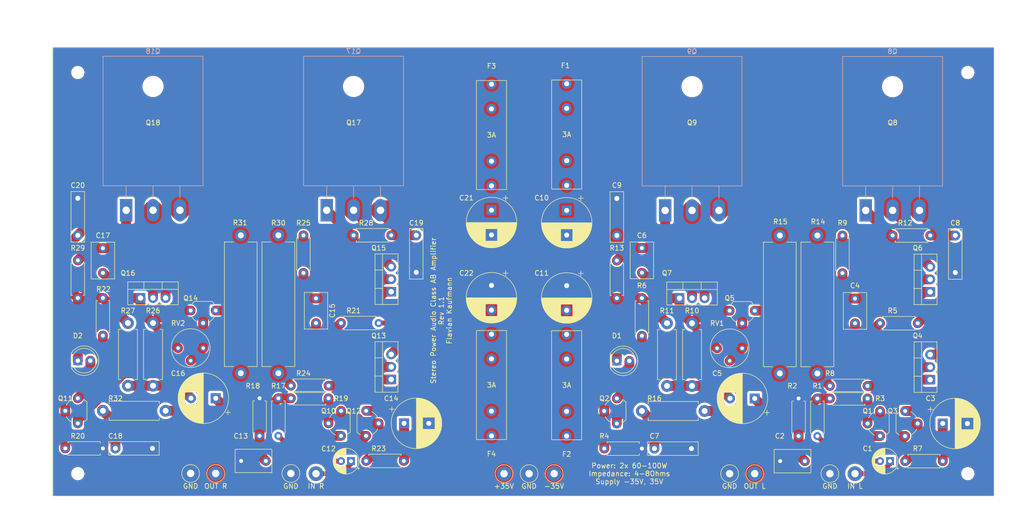
<source format=kicad_pcb>
(kicad_pcb (version 20221018) (generator pcbnew)
  (title_block (title "Audio Power Amplifier") (date "2022-08-02") (rev "Rev 1.1") (company "Flavian Kaufmann"))
  (layers (0 "F.Cu" jumper) (31 "B.Cu" signal) (34 "B.Paste" user) (35 "F.Paste" user) (36 "B.SilkS" user "B.Silkscreen") (37 "F.SilkS" user "F.Silkscreen") (38 "B.Mask" user) (39 "F.Mask" user) (44 "Edge.Cuts" user))
  (net 0 "")
  (net 1 "Net-(C1-Pad2)")
  (net 2 "Net-(C2-Pad1)")
  (net 3 "GND")
  (net 4 "Net-(C3-Pad1)")
  (net 5 "Net-(C4-Pad1)")
  (net 6 "Net-(C4-Pad2)")
  (net 7 "Net-(C5-Pad2)")
  (net 8 "Net-(C6-Pad1)")
  (net 9 "Net-(C6-Pad2)")
  (net 10 "IN L")
  (net 11 "Net-(C12-Pad2)")
  (net 12 "Net-(C13-Pad1)")
  (net 13 "Net-(C14-Pad1)")
  (net 14 "Net-(C15-Pad1)")
  (net 15 "Net-(C15-Pad2)")
  (net 16 "Net-(C16-Pad2)")
  (net 17 "Net-(C17-Pad1)")
  (net 18 "Net-(C17-Pad2)")
  (net 19 "OUT L")
  (net 20 "Net-(C7-Pad1)")
  (net 21 "V+L")
  (net 22 "Net-(D1-Pad2)")
  (net 23 "Net-(D2-Pad2)")
  (net 24 "Net-(Q1-Pad2)")
  (net 25 "Net-(Q1-Pad3)")
  (net 26 "Net-(Q2-Pad3)")
  (net 27 "Net-(Q3-Pad2)")
  (net 28 "Net-(Q5-Pad2)")
  (net 29 "Net-(Q6-Pad2)")
  (net 30 "Net-(Q6-Pad3)")
  (net 31 "Net-(Q7-Pad3)")
  (net 32 "Net-(Q10-Pad2)")
  (net 33 "Net-(Q10-Pad3)")
  (net 34 "Net-(Q11-Pad3)")
  (net 35 "Net-(Q12-Pad2)")
  (net 36 "Net-(Q14-Pad2)")
  (net 37 "Net-(Q15-Pad2)")
  (net 38 "Net-(Q15-Pad3)")
  (net 39 "Net-(Q16-Pad3)")
  (net 40 "V-L")
  (net 41 "IN R")
  (net 42 "OUT R")
  (net 43 "Net-(C18-Pad1)")
  (net 44 "V+R")
  (net 45 "V-R")
  (net 46 "V+")
  (net 47 "V-")
  (footprint "Package_TO_SOT_THT:TO-92_Wide" (layer "F.Cu") (at 107.95 130.77 90)
    (fp_text reference "Q10")
    (fp_text value "BC546")
  )
  (footprint "Connector_Pin:Pin_D1.3mm_L11.0mm_LooseFit" (layer "F.Cu") (at 207.01 138.43)
    (fp_text reference "REF**" hide)
    (fp_text value "Pin_D1.3mm_L11.0mm_LooseFit" hide)
  )
  (footprint "Package_TO_SOT_THT:TO-220-3_Vertical" (layer "F.Cu") (at 227.33 101.6 90)
    (fp_text reference "Q6")
    (fp_text value "MJE15034")
  )
  (footprint "Capacitor_THT:CP_Radial_D5.0mm_P2.00mm" (layer "F.Cu") (at 219.17 135.89 180)
    (fp_text reference "C1")
    (fp_text value "4u7")
  )
  (footprint "Capacitor_THT:CP_Radial_D10.0mm_P5.00mm" (layer "F.Cu") (at 229.87 128.27)
    (fp_text reference "C3")
    (fp_text value "100u")
  )
  (footprint "Capacitor_THT:C_Rect_L10.0mm_W2.5mm_P7.50mm_MKS4" (layer "F.Cu") (at 163.83 82.67 -90)
    (fp_text reference "C9")
    (fp_text value "100n")
  )
  (footprint "Package_TO_SOT_THT:TO-92_Wide" (layer "F.Cu") (at 113.03 125.69 -90)
    (fp_text reference "Q12")
    (fp_text value "BC546")
  )
  (footprint "Resistor_THT:R_Axial_DIN0207_L6.3mm_D2.5mm_P7.62mm_Horizontal" (layer "F.Cu") (at 222.25 135.89)
    (fp_text reference "R7")
    (fp_text value "1k")
  )
  (footprint "Package_TO_SOT_THT:TO-220-3_Vertical" (layer "F.Cu") (at 67.31 102.83)
    (fp_text reference "Q16")
    (fp_text value "MJE15035")
  )
  (footprint "Capacitor_THT:C_Rect_L10.0mm_W2.5mm_P7.50mm_MKS4" (layer "F.Cu") (at 171.45 133.35)
    (fp_text reference "C7")
    (fp_text value "100n")
  )
  (footprint "Capacitor_THT:C_Rect_L10.0mm_W2.5mm_P7.50mm_MKS4" (layer "F.Cu") (at 62.23 133.31)
    (fp_text reference "C18")
    (fp_text value "100n")
  )
  (footprint "Package_TO_SOT_THT:TO-220-3_Vertical" (layer "F.Cu") (at 227.33 119.38 90)
    (fp_text reference "Q4")
    (fp_text value "MJE15035")
  )
  (footprint "Connector_Pin:Pin_D1.3mm_L11.0mm_LooseFit" (layer "F.Cu") (at 146.05 138.43)
    (fp_text reference "REF**" hide)
    (fp_text value "Pin_D1.3mm_L11.0mm_LooseFit" hide)
  )
  (footprint "Resistor_THT:R_Axial_DIN0207_L6.3mm_D2.5mm_P7.62mm_Horizontal" (layer "F.Cu") (at 224.79 107.95 180)
    (fp_text reference "R5")
    (fp_text value "560R")
  )
  (footprint "Capacitor_THT:C_Rect_L7.2mm_W4.5mm_P5.00mm_FKS2_FKP2_MKS2_MKP2" (layer "F.Cu") (at 59.69 97.75 90)
    (fp_text reference "C17")
    (fp_text value "100p")
  )
  (footprint "Resistor_THT:R_Axial_DIN0207_L6.3mm_D2.5mm_P7.62mm_Horizontal" (layer "F.Cu") (at 214.63 120.65 180)
    (fp_text reference "R8")
    (fp_text value "22k")
  )
  (footprint "Resistor_THT:R_Axial_DIN0411_L9.9mm_D3.6mm_P12.70mm_Horizontal" (layer "F.Cu") (at 181.61 125.73 180)
    (fp_text reference "R16")
    (fp_text value "10R")
  )
  (footprint "Capacitor_THT:C_Rect_L10.0mm_W2.5mm_P7.50mm_MKS4" (layer "F.Cu") (at 123.19 90.13 -90)
    (fp_text reference "C19")
    (fp_text value "100n")
  )
  (footprint "Resistor_THT:R_Axial_DIN0207_L6.3mm_D2.5mm_P7.62mm_Horizontal" (layer "F.Cu") (at 105.41 120.61 180)
    (fp_text reference "R24")
    (fp_text value "22k")
  )
  (footprint "Resistor_THT:R_Axial_DIN0207_L6.3mm_D2.5mm_P7.62mm_Horizontal" (layer "F.Cu") (at 204.47 123.19 -90)
    (fp_text reference "R1")
    (fp_text value "1k")
  )
  (footprint "Package_TO_SOT_THT:TO-92_Wide" (layer "F.Cu") (at 163.83 128.27 90)
    (fp_text reference "Q2")
    (fp_text value "BC546")
  )
  (footprint "Resistor_THT:R_Axial_DIN0207_L6.3mm_D2.5mm_P7.62mm_Horizontal" (layer "F.Cu") (at 227.33 90.17 180)
    (fp_text reference "R12")
    (fp_text value "220R")
  )
  (footprint "user-library:Fuseholder_Cylinder-5x20mm_Schurter_0752" (layer "F.Cu") (at 138.43 59.51 -90)
    (fp_text reference "F3")
    (fp_text value "3A")
  )
  (footprint "Connector_Pin:Pin_D1.3mm_L11.0mm_LooseFit" (layer "F.Cu") (at 151.13 138.43)
    (fp_text reference "REF**" hide)
    (fp_text value "Pin_D1.3mm_L11.0mm_LooseFit" hide)
  )
  (footprint "Capacitor_THT:CP_Radial_D10.0mm_P5.00mm" (layer "F.Cu") (at 138.43 85.05 -90)
    (fp_text reference "C21")
    (fp_text value "100u")
  )
  (footprint "Capacitor_THT:CP_Radial_D5.0mm_P2.00mm" (layer "F.Cu") (at 109.95 135.89 180)
    (fp_text reference "C12")
    (fp_text value "4u7")
  )
  (footprint "Package_TO_SOT_THT:TO-92_Wide" (layer "F.Cu") (at 54.61 128.23 90)
    (fp_text reference "Q11")
    (fp_text value "BC546")
  )
  (footprint "Resistor_THT:R_Axial_DIN0207_L6.3mm_D2.5mm_P7.62mm_Horizontal" (layer "F.Cu") (at 100.33 97.75 90)
    (fp_text reference "R25")
    (fp_text value "1k")
  )
  (footprint "Resistor_THT:R_Axial_DIN0411_L9.9mm_D3.6mm_P12.70mm_Horizontal" (layer "F.Cu") (at 69.85 107.91 -90)
    (fp_text reference "R26")
    (fp_text value "3k3")
  )
  (footprint "Connector_Pin:Pin_D1.3mm_L11.0mm_LooseFit" (layer "F.Cu") (at 212.09 138.43)
    (fp_text reference "REF**" hide)
    (fp_text value "Pin_D1.3mm_L11.0mm_LooseFit" hide)
  )
  (footprint "Capacitor_THT:CP_Radial_D10.0mm_P5.00mm" (layer "F.Cu") (at 82.55 123.15 180)
    (fp_text reference "C16")
    (fp_text value "100u")
  )
  (footprint "Resistor_THT:R_Axial_DIN0207_L6.3mm_D2.5mm_P7.62mm_Horizontal" (layer "F.Cu") (at 207.01 123.19)
    (fp_text reference "R3")
    (fp_text value "1k")
  )
  (footprint "Potentiometer_THT:Potentiometer_Bourns_3339P_Vertical" (layer "F.Cu") (at 80.01 112.99 90)
    (fp_text reference "RV2")
    (fp_text value "2k")
  )
  (footprint "Resistor_THT:R_Axial_DIN0207_L6.3mm_D2.5mm_P7.62mm_Horizontal" (layer "F.Cu") (at 54.61 95.21 -90)
    (fp_text reference "R29")
    (fp_text value "220R")
  )
  (footprint "Capacitor_THT:C_Rect_L7.2mm_W4.5mm_P5.00mm_FKS2_FKP2_MKS2_MKP2" (layer "F.Cu") (at 212.09 107.95 90)
    (fp_text reference "C4")
    (fp_text value "100p")
  )
  (footprint "Resistor_THT:R_Axial_Power_L25.0mm_W6.4mm_P27.94mm" (layer "F.Cu") (at 204.47 90.17 -90)
    (fp_text reference "R14")
    (fp_text value "0R33")
  )
  (footprint "Package_TO_SOT_THT:TO-92_Wide" (layer "F.Cu") (at 191.77 105.41 180)
    (fp_text reference "Q5")
    (fp_text value "BC546")
  )
  (footprint "user-library:Fuseholder_Cylinder-5x20mm_Schurter_0752" (layer "F.Cu") (at 138.43 130.77 90)
    (fp_text reference "F4")
    (fp_text value "3A")
  )
  (footprint "Resistor_THT:R_Axial_DIN0207_L6.3mm_D2.5mm_P7.62mm_Horizontal" (layer "F.Cu") (at 168.91 110.49 90)
    (fp_text reference "R6")
    (fp_text value "560R")
  )
  (footprint "LED_THT:LED_D5.0mm" (layer "F.Cu") (at 54.61 115.53)
    (fp_text reference "D2")
    (fp_text value "LED")
  )
  (footprint "Resistor_THT:R_Axial_DIN0411_L9.9mm_D3.6mm_P12.70mm_Horizontal" (layer "F.Cu") (at 173.99 120.65 90)
    (fp_text reference "R11")
    (fp_text value "3k3")
  )
  (footprint "Connector_Pin:Pin_D1.3mm_L11.0mm_LooseFit" (layer "F.Cu") (at 97.79 138.39)
    (fp_text reference "REF**" hide)
    (fp_text value "Pin_D1.3mm_L11.0mm_LooseFit" hide)
  )
  (footprint "Capacitor_THT:C_Rect_L10.0mm_W2.5mm_P7.50mm_MKS4" (layer "F.Cu") (at 232.41 90.17 -90)
    (fp_text reference "C8")
    (fp_text value "100n")
  )
  (footprint "Connector_Pin:Pin_D1.3mm_L11.0mm_LooseFit" (layer "F.Cu") (at 77.47 138.39)
    (fp_text reference "REF**" hide)
    (fp_text value "Pin_D1.3mm_L11.0mm_LooseFit" hide)
  )
  (footprint "Capacitor_THT:C_Rect_L7.2mm_W4.5mm_P5.00mm_FKS2_FKP2_MKS2_MKP2" (layer "F.Cu") (at 92.71 135.85 180)
    (fp_text reference "C13")
    (fp_text value "100p")
  )
  (footprint "Capacitor_THT:CP_Radial_D10.0mm_P5.00mm" (layer "F.Cu") (at 153.67 85.09 -90)
    (fp_text reference "C10")
    (fp_text value "100u")
  )
  (footprint "Capacitor_THT:CP_Radial_D10.0mm_P5.00mm" (layer "F.Cu") (at 191.77 123.19 180)
    (fp_text reference "C5")
    (fp_text value "100u")
  )
  (footprint "Resistor_THT:R_Axial_DIN0411_L9.9mm_D3.6mm_P12.70mm_Horizontal" (layer "F.Cu") (at 72.39 125.69 180)
    (fp_text reference "R32")
    (fp_text value "10R")
  )
  (footprint "MountingHole:MountingHole_2.2mm_M2" (layer "F.Cu") (at 234.95 57.15)
    (fp_text reference "REF**" hide)
    (fp_text value "MountingHole_2.2mm_M2" hide)
  )
  (footprint "Package_TO_SOT_THT:TO-220-3_Vertical" (layer "F.Cu") (at 118.11 101.56 90)
    (fp_text reference "Q15")
    (fp_text value "MJE15034")
  )
  (footprint "Package_TO_SOT_THT:TO-220-3_Vertical" (layer "F.Cu") (at 176.53 102.87)
    (fp_text reference "Q7")
    (fp_text value "MJE15035")
  )
  (footprint "Capacitor_THT:CP_Radial_D10.0mm_P5.00mm" (layer "F.Cu") (at 153.67 100.33 -90)
    (fp_text reference "C11")
    (fp_text value "100u")
  )
  (footprint "Capacitor_THT:C_Rect_L7.2mm_W4.5mm_P5.00mm_FKS2_FKP2_MKS2_MKP2" (layer "F.Cu") (at 201.93 135.89 180)
    (fp_text reference "C2")
    (fp_text value "100p")
  )
  (footprint "Connector_Pin:Pin_D1.3mm_L11.0mm_LooseFit" (layer "F.Cu") (at 191.77 138.43)
    (fp_text reference "REF**" hide)
    (fp_text value "Pin_D1.3mm_L11.0mm_LooseFit" hide)
  )
  (footprint "Package_TO_SOT_THT:TO-92_Wide" (layer "F.Cu") (at 82.55 105.37 180)
    (fp_text reference "Q14")
    (fp_text value "BC546")
  )
  (footprint "LED_THT:LED_D5.0mm" (layer "F.Cu") (at 163.83 115.57)
    (fp_text reference "D1")
    (fp_text value "LED")
  )
  (footprint "Capacitor_THT:CP_Radial_D10.0mm_P5.00mm" (layer "F.Cu") (at 120.73 128.23)
    (fp_text reference "C14")
    (fp_text value "100u")
  )
  (footprint "Resistor_THT:R_Axial_DIN0207_L6.3mm_D2.5mm_P7.62mm_Horizontal" (layer "F.Cu") (at 163.83 95.25 -90)
    (fp_text reference "R13")
    (fp_text value "220R")
  )
  (footprint "Resistor_THT:R_Axial_Power_L25.0mm_W6.4mm_P27.94mm" (layer "F.Cu") (at 95.25 90.13 -90)
    (fp_text reference "R30")
    (fp_text value "0R33")
  )
  (footprint "Resistor_THT:R_Axial_DIN0207_L6.3mm_D2.5mm_P7.62mm_Horizontal" (layer "F.Cu") (at 91.44 130.77 90)
    (fp_text reference "R18")
    (fp_text value "22k")
  )
  (footprint "Connector_Pin:Pin_D1.3mm_L11.0mm_LooseFit" (layer "F.Cu") (at 186.69 138.43)
    (fp_text reference "REF**" hide)
    (fp_text value "Pin_D1.3mm_L11.0mm_LooseFit" hide)
  )
  (footprint "Resistor_THT:R_Axial_DIN0207_L6.3mm_D2.5mm_P7.62mm_Horizontal" (layer "F.Cu") (at 113.03 135.85)
    (fp_text reference "R23")
    (fp_text value "1k")
  )
  (footprint "Package_TO_SOT_THT:TO-92_Wide" (layer "F.Cu") (at 222.25 125.73 -90)
    (fp_text reference "Q3")
    (fp_text value "BC546")
  )
  (footprint "Resistor_THT:R_Axial_Power_L25.0mm_W6.4mm_P27.94mm" (layer "F.Cu") (at 87.63 118.07 90)
    (fp_text reference "R31")
    (fp_text value "0R33")
  )
  (footprint "Connector_Pin:Pin_D1.3mm_L11.0mm_LooseFit" (layer "F.Cu") (at 102.87 138.43)
    (fp_text reference "REF**" hide)
    (fp_text value "Pin_D1.3mm_L11.0mm_LooseFit" hide)
  )
  (footprint "Package_TO_SOT_THT:TO-92_Wide" (layer "F.Cu") (at 217.17 130.81 90)
    (fp_text reference "Q1")
    (fp_text value "BC546")
  )
  (footprint "Resistor_THT:R_Axial_DIN0411_L9.9mm_D3.6mm_P12.70mm_Horizontal" (layer "F.Cu") (at 64.77 120.61 90)
    (fp_text reference "R27")
    (fp_text value "3k3")
  )
  (footprint "MountingHole:MountingHole_2.2mm_M2" (layer "F.Cu") (at 234.95 138.43)
    (fp_text reference "REF**" hide)
    (fp_text value "MountingHole_2.2mm_M2" hide)
  )
  (footprint "Resistor_THT:R_Axial_DIN0207_L6.3mm_D2.5mm_P7.62mm_Horizontal" (layer "F.Cu") (at 97.79 123.15)
    (fp_text reference "R19")
    (fp_text value "1k")
  )
  (footprint "MountingHole:MountingHole_2.2mm_M2" (layer "F.Cu") (at 54.61 57.15)
    (fp_text reference "REF**" hide)
    (fp_text value "MountingHole_2.2mm_M2" hide)
  )
  (footprint "Connector_Pin:Pin_D1.3mm_L11.0mm_LooseFit" (layer "F.Cu") (at 82.55 138.39)
    (fp_text reference "REF**" hide)
    (fp_text value "Pin_D1.3mm_L11.0mm_LooseFit" hide)
  )
  (footprint "Potentiometer_THT:Potentiometer_Bourns_3339P_Vertical" (layer "F.Cu") (at 189.23 113.03 90)
    (fp_text reference "RV1")
    (fp_text value "2k")
  )
  (footprint "user-library:Fuseholder_Cylinder-5x20mm_Schurter_0752" (layer "F.Cu") (at 153.66 130.81 90)
    (fp_text reference "F2")
    (fp_text value "3A")
  )
  (footprint "Resistor_THT:R_Axial_DIN0207_L6.3mm_D2.5mm_P7.62mm_Horizontal" (layer "F.Cu") (at 168.91 133.35 180)
    (fp_text reference "R4")
    (fp_text value "22k")
  )
  (footprint "Resistor_THT:R_Axial_DIN0411_L9.9mm_D3.6mm_P12.70mm_Horizontal" (layer "F.Cu") (at 179.07 107.95 -90)
    (fp_text reference "R10")
    (fp_text value "3k3")
  )
  (footprint "Connector_Pin:Pin_D1.3mm_L11.0mm_LooseFit" (layer "F.Cu") (at 140.97 138.43)
    (fp_text reference "REF**" hide)
    (fp_text value "Pin_D1.3mm_L11.0mm_LooseFit" hide)
  )
  (footprint "Resistor_THT:R_Axial_DIN0207_L6.3mm_D2.5mm_P7.62mm_Horizontal" (layer "F.Cu") (at 59.69 110.45 90)
    (fp_text reference "R22")
    (fp_text value "560R")
  )
  (footprint "user-library:Fuseholder_Cylinder-5x20mm_Schurter_0752" (layer "F.Cu") (at 153.67 59.41 -90)
    (fp_text reference "F1")
    (fp_text value "3A")
  )
  (footprint "Resistor_THT:R_Axial_DIN0207_L6.3mm_D2.5mm_P7.62mm_Horizontal" (layer "F.Cu") (at 115.57 107.91 180)
    (fp_text reference "R21")
    (fp_text value "560R")
  )
  (footprint "Capacitor_THT:C_Rect_L7.2mm_W4.5mm_P5.00mm_FKS2_FKP2_MKS2_MKP2" (layer "F.Cu") (at 102.87 107.91 90)
    (fp_text reference "C15")
    (fp_text value "100p")
  )
  (footprint "MountingHole:MountingHole_2.2mm_M2" (layer "F.Cu") (at 54.61 138.43)
    (fp_text reference "REF**" hide)
    (fp_text value "MountingHole_2.2mm_M2" hide)
  )
  (footprint "Capacitor_THT:C_Rect_L10.0mm_W2.5mm_P7.50mm_MKS4" (layer "F.Cu") (at 54.61 82.63 -90)
    (fp_text reference "C20")
    (fp_text value "100n")
  )
  (footprint "Resistor_THT:R_Axial_Power_L25.0mm_W6.4mm_P27.94mm" (layer "F.Cu") (at 196.85 118.11 90)
    (fp_text reference "R15")
    (fp_text value "0R33")
  )
  (footprint "Capacitor_THT:C_Rect_L7.2mm_W4.5mm_P5.00mm_FKS2_FKP2_MKS2_MKP2" (layer "F.Cu") (at 168.91 97.71 90)
    (fp_text reference "C6")
    (fp_text value "100p")
  )
  (footprint "Resistor_THT:R_Axial_DIN0207_L6.3mm_D2.5mm_P7.62mm_Horizontal" (layer "F.Cu") (at 59.69 133.31 180)
    (fp_text reference "R20")
    (fp_text value "22k")
  )
  (footprint "Resistor_THT:R_Axial_DIN0207_L6.3mm_D2.5mm_P7.62mm_Horizontal" (layer "F.Cu") (at 200.66 130.81 90)
    (fp_text reference "R2")
    (fp_text value "22k")
  )
  (footprint "Resistor_THT:R_Axial_DIN0207_L6.3mm_D2.5mm_P7.62mm_Horizontal" (layer "F.Cu") (at 95.25 123.15 -90)
    (fp_text reference "R17")
    (fp_text value "1k")
  )
  (footprint "Package_TO_SOT_THT:TO-220-3_Vertical" (layer "F.Cu") (at 118.11 119.34 90)
    (fp_text reference "Q13")
    (fp_text value "MJE15035")
  )
  (footprint "Resistor_THT:R_Axial_DIN0207_L6.3mm_D2.5mm_P7.62mm_Horizontal" (layer "F.Cu") (at 209.55 97.79 90)
    (fp_text reference "R9")
    (fp_text value "1k")
  )
  (footprint "Capacitor_THT:CP_Radial_D10.0mm_P5.00mm" (layer "F.Cu") (at 138.43 100.29 -90)
    (fp_text reference "C22")
    (fp_text value "100u")
  )
  (footprint "Resistor_THT:R_Axial_DIN0207_L6.3mm_D2.5mm_P7.62mm_Horizontal" (layer "F.Cu") (at 118.11 90.13 180)
    (fp_text reference "R28")
    (fp_text value "220R")
  )
  (footprint "Package_TO_SOT_THT:TO-264-3_Horizontal_TabUp" (layer "B.Cu") (at 173.62 85.09)
    (fp_text reference "Q9")
    (fp_text value "MJL4281")
  )
  (footprint "Package_TO_SOT_THT:TO-264-3_Horizontal_TabUp" (layer "B.Cu") (at 105.04 85.05)
    (fp_text reference "Q17")
    (fp_text value "MJL4302")
  )
  (footprint "Package_TO_SOT_THT:TO-264-3_Horizontal_TabUp" (layer "B.Cu") (at 214.26 85.09)
    (fp_text reference "Q8")
    (fp_text value "MJL4302")
  )
  (footprint "Package_TO_SOT_THT:TO-264-3_Horizontal_TabUp" (layer "B.Cu") (at 64.4 85.05)
    (fp_text reference "Q18")
    (fp_text value "MJL4281")
  )
  (gr_rect (start 49.53 52.07) (end 240.25 142.95) (stroke (width 0.1)) (fill none) (layer "Edge.Cuts"))
  (gr_text "IN L" (at 212.09 140.97) (layer "F.SilkS") (effects (font (size 1 1))))
  (gr_text "Stereo Power Audio Class AB Amplifier\nRev 1.1\nFlavian Kaufmann" (at 128.27 105.41 90) (layer "F.SilkS") (effects (font (size 1 1))))
  (gr_text "OUT R" (at 82.55 140.97) (layer "F.SilkS") (effects (font (size 1 1))))
  (gr_text "GND" (at 146.05 140.97) (layer "F.SilkS") (effects (font (size 1 1))))
  (gr_text "Power: 2x 60-100W\nImpedance: 4-8Ohms\nSupply -35V, 35V" (at 166.37 138.43) (layer "F.SilkS") (effects (font (size 1 1))))
  (gr_text "Q9" (at 179.07 67.31) (layer "F.SilkS") (effects (font (size 1 1))))
  (gr_text "+35V" (at 140.97 140.97) (layer "F.SilkS") (effects (font (size 1 1))))
  (gr_text "Q8" (at 219.71 67.31) (layer "F.SilkS") (effects (font (size 1 1))))
  (gr_text "GND" (at 77.47 140.97) (layer "F.SilkS") (effects (font (size 1 1))))
  (gr_text "GND" (at 97.79 140.97) (layer "F.SilkS") (effects (font (size 1 1))))
  (gr_text "Q18" (at 69.85 67.31) (layer "F.SilkS") (effects (font (size 1 1))))
  (gr_text "OUT L" (at 191.77 140.97) (layer "F.SilkS") (effects (font (size 1 1))))
  (gr_text "IN R" (at 102.87 140.97) (layer "F.SilkS") (effects (font (size 1 1))))
  (gr_text "GND" (at 186.69 140.97) (layer "F.SilkS") (effects (font (size 1 1))))
  (gr_text "Q17" (at 110.49 67.31) (layer "F.SilkS") (effects (font (size 1 1))))
  (gr_text "GND" (at 207.01 140.97) (layer "F.SilkS") (effects (font (size 1 1))))
  (gr_text "-35V" (at 151.13 140.97) (layer "F.SilkS") (effects (font (size 1 1))))
  (segment (start 217.17 135.89) (end 209.55 135.89) (width 1) (layer "F.Cu") (net 1))
  (segment (start 209.55 135.89) (end 204.47 130.81) (width 1) (layer "F.Cu") (net 1))
  (segment (start 200.66 134.62) (end 201.93 135.89) (width 2) (layer "F.Cu") (net 2))
  (segment (start 204.47 123.19) (end 207.01 123.19) (width 2) (layer "F.Cu") (net 2))
  (segment (start 200.66 130.81) (end 200.66 134.62) (width 2) (layer "F.Cu") (net 2))
  (segment (start 200.66 130.81) (end 200.66 127) (width 2) (layer "F.Cu") (net 2))
  (segment (start 200.66 127) (end 204.47 123.19) (width 2) (layer "F.Cu") (net 2))
  (segment (start 229.87 135.89) (end 229.87 128.27) (width 2) (layer "F.Cu") (net 4))
  (segment (start 217.17 130.81) (end 212.959999 130.81) (width 2) (layer "F.Cu") (net 5))
  (segment (start 212.09 113.03) (end 212.09 118.11) (width 2) (layer "F.Cu") (net 5))
  (segment (start 212.959999 130.81) (end 212.09 129.940001) (width 2) (layer "F.Cu") (net 5))
  (segment (start 227.33 119.38) (end 219.71 119.38) (width 2) (layer "F.Cu") (net 5))
  (segment (start 217.17 107.95) (end 212.09 113.03) (width 2) (layer "F.Cu") (net 5))
  (segment (start 212.09 129.940001) (end 212.09 120.65) (width 2) (layer "F.Cu") (net 5))
  (segment (start 218.44 118.11) (end 212.09 118.11) (width 2) (layer "F.Cu") (net 5))
  (segment (start 212.09 107.95) (end 212.09 113.03) (width 2) (layer "F.Cu") (net 5))
  (segment (start 212.09 118.11) (end 212.09 120.65) (width 2) (layer "F.Cu") (net 5))
  (segment (start 219.71 119.38) (end 218.44 118.11) (width 2) (layer "F.Cu") (net 5))
  (segment (start 222.25 105.41) (end 226.06 101.6) (width 2) (layer "F.Cu") (net 6))
  (segment (start 227.33 116.84) (end 226.06 116.84) (width 2) (layer "F.Cu") (net 6))
  (segment (start 191.77 105.41) (end 207.01 105.41) (width 2) (layer "F.Cu") (net 6))
  (segment (start 219.79 102.95) (end 222.25 105.41) (width 2) (layer "F.Cu") (net 6))
  (segment (start 209.55 102.87) (end 209.63 102.95) (width 2) (layer "F.Cu") (net 6))
  (segment (start 209.55 102.87) (end 209.55 97.79) (width 2) (layer "F.Cu") (net 6))
  (segment (start 212.09 102.95) (end 219.79 102.95) (width 2) (layer "F.Cu") (net 6))
  (segment (start 207.01 105.41) (end 209.55 102.87) (width 2) (layer "F.Cu") (net 6))
  (segment (start 209.63 102.95) (end 212.09 102.95) (width 2) (layer "F.Cu") (net 6))
  (segment (start 226.06 116.84) (end 222.25 113.03) (width 2) (layer "F.Cu") (net 6))
  (segment (start 226.06 101.6) (end 227.33 101.6) (width 2) (layer "F.Cu") (net 6))
  (segment (start 222.25 113.03) (end 222.25 105.41) (width 2) (layer "F.Cu") (net 6))
  (segment (start 179.07 120.65) (end 184.23 120.65) (width 2) (layer "F.Cu") (net 7))
  (segment (start 173.99 120.65) (end 179.07 120.65) (width 2) (layer "F.Cu") (net 7))
  (segment (start 184.23 120.65) (end 186.77 123.19) (width 2) (layer "F.Cu") (net 7))
  (segment (start 176.53 102.87) (end 174.07 102.87) (width 2) (layer "F.Cu") (net 8))
  (segment (start 181.61 105.41) (end 186.69 105.41) (width 2) (layer "F.Cu") (net 8))
  (segment (start 179.07 107.95) (end 181.61 105.41) (width 2) (layer "F.Cu") (net 8))
  (segment (start 176.53 105.41) (end 179.07 107.95) (width 2) (layer "F.Cu") (net 8))
  (segment (start 174.07 102.87) (end 168.91 97.71) (width 2) (layer "F.Cu") (net 8))
  (segment (start 176.53 102.87) (end 176.53 105.41) (width 2) (layer "F.Cu") (net 8))
  (segment (start 184.15 113.03) (end 179.07 107.95) (width 2) (layer "F.Cu") (net 8))
  (segment (start 168.91 92.71) (end 171.45 92.71) (width 2) (layer "F.Cu") (net 9))
  (segment (start 171.45 92.71) (end 173.62 90.54) (width 2) (layer "F.Cu") (net 9))
  (segment (start 173.62 89.8) (end 173.62 85.09) (width 2) (layer "F.Cu") (net 9))
  (segment (start 166.37 92.71) (end 163.83 95.25) (width 2) (layer "F.Cu") (net 9))
  (segment (start 173.62 90.54) (end 173.62 89.8) (width 2) (layer "F.Cu") (net 9))
  (segment (start 168.91 92.71) (end 166.37 92.71) (width 2) (layer "F.Cu") (net 9))
  (segment (start 179.07 95.25) (end 173.62 89.8) (width 2) (layer "F.Cu") (net 9))
  (segment (start 179.07 102.87) (end 179.07 95.25) (width 2) (layer "F.Cu") (net 9))
  (segment (start 219.17 136.43) (end 219.17 135.89) (width 1) (layer "F.Cu") (net 10))
  (segment (start 217.17 138.43) (end 219.17 136.43) (width 1) (layer "F.Cu") (net 10))
  (segment (start 212.09 138.43) (end 217.17 138.43) (width 1) (layer "F.Cu") (net 10))
  (segment (start 107.95 135.89) (end 100.37 135.89) (width 1) (layer "F.Cu") (net 11))
  (segment (start 100.37 135.89) (end 95.25 130.77) (width 1) (layer "F.Cu") (net 11))
  (segment (start 97.79 123.15) (end 95.25 123.15) (width 2) (layer "F.Cu") (net 12))
  (segment (start 91.44 126.96) (end 95.25 123.15) (width 2) (layer "F.Cu") (net 12))
  (segment (start 91.44 130.77) (end 91.44 134.58) (width 2) (layer "F.Cu") (net 12))
  (segment (start 91.44 130.77) (end 91.44 126.96) (width 2) (layer "F.Cu") (net 12))
  (segment (start 91.44 134.58) (end 92.71 135.85) (width 2) (layer "F.Cu") (net 12))
  (segment (start 120.73 135.77) (end 120.65 135.85) (width 2) (layer "F.Cu") (net 13))
  (segment (start 120.73 128.23) (end 120.73 135.77) (width 2) (layer "F.Cu") (net 13))
  (segment (start 107.95 130.77) (end 104.14 130.77) (width 2) (layer "F.Cu") (net 14))
  (segment (start 104.14 118.07) (end 102.87 119.34) (width 2) (layer "F.Cu") (net 14))
  (segment (start 102.87 112.99) (end 102.87 107.91) (width 2) (layer "F.Cu") (net 14))
  (segment (start 102.87 129.5) (end 102.87 119.34) (width 2) (layer "F.Cu") (net 14))
  (segment (start 111.76 119.34) (end 110.49 118.07) (width 2) (layer "F.Cu") (net 14))
  (segment (start 110.49 118.07) (end 104.14 118.07) (width 2) (layer "F.Cu") (net 14))
  (segment (start 104.14 130.77) (end 102.87 129.5) (width 2) (layer "F.Cu") (net 14))
  (segment (start 107.95 107.91) (end 102.87 112.99) (width 2) (layer "F.Cu") (net 14))
  (segment (start 102.87 119.34) (end 102.87 112.99) (width 2) (layer "F.Cu") (net 14))
  (segment (start 118.11 119.34) (end 111.76 119.34) (width 2) (layer "F.Cu") (net 14))
  (segment (start 113.03 105.37) (end 116.84 101.56) (width 2) (layer "F.Cu") (net 15))
  (segment (start 113.03 112.99) (end 113.03 105.37) (width 2) (layer "F.Cu") (net 15))
  (segment (start 116.84 101.56) (end 118.11 101.56) (width 2) (layer "F.Cu") (net 15))
  (segment (start 110.57 102.91) (end 102.87 102.91) (width 2) (layer "F.Cu") (net 15))
  (segment (start 100.33 102.83) (end 100.41 102.91) (width 2) (layer "F.Cu") (net 15))
  (segment (start 100.33 102.83) (end 100.33 97.75) (width 2) (layer "F.Cu") (net 15))
  (segment (start 113.03 105.37) (end 110.57 102.91) (width 2) (layer "F.Cu") (net 15))
  (segment (start 100.41 102.91) (end 102.87 102.91) (width 2) (layer "F.Cu") (net 15))
  (segment (start 97.79 105.37) (end 100.33 102.83) (width 2) (layer "F.Cu") (net 15))
  (segment (start 118.11 116.8) (end 116.84 116.8) (width 2) (layer "F.Cu") (net 15))
  (segment (start 116.84 116.8) (end 113.03 112.99) (width 2) (layer "F.Cu") (net 15))
  (segment (start 82.55 105.37) (end 97.79 105.37) (width 2) (layer "F.Cu") (net 15))
  (segment (start 75.01 120.61) (end 77.55 123.15) (width 2) (layer "F.Cu") (net 16))
  (segment (start 69.85 120.61) (end 75.01 120.61) (width 2) (layer "F.Cu") (net 16))
  (segment (start 64.77 120.61) (end 69.85 120.61) (width 2) (layer "F.Cu") (net 16))
  (segment (start 67.31 102.83) (end 64.77 102.83) (width 2) (layer "F.Cu") (net 17))
  (segment (start 77.47 105.37) (end 72.39 105.37) (width 2) (layer "F.Cu") (net 17))
  (segment (start 67.31 105.37) (end 67.31 102.83) (width 2) (layer "F.Cu") (net 17))
  (segment (start 72.39 105.37) (end 69.85 107.91) (width 2) (layer "F.Cu") (net 17))
  (segment (start 69.85 107.91) (end 67.31 105.37) (width 2) (layer "F.Cu") (net 17))
  (segment (start 74.93 112.99) (end 69.85 107.91) (width 2) (layer "F.Cu") (net 17))
  (segment (start 64.77 102.83) (end 59.69 97.75) (width 2) (layer "F.Cu") (net 17))
  (segment (start 61.45 92.75) (end 64.4 89.8) (width 2) (layer "F.Cu") (net 18))
  (segment (start 57.07 92.75) (end 54.61 95.21) (width 2) (layer "F.Cu") (net 18))
  (segment (start 64.4 89.8) (end 64.4 85.05) (width 2) (layer "F.Cu") (net 18))
  (segment (start 69.85 95.25) (end 64.4 89.8) (width 2) (layer "F.Cu") (net 18))
  (segment (start 59.69 92.75) (end 57.07 92.75) (width 2) (layer "F.Cu") (net 18))
  (segment (start 59.69 92.75) (end 61.45 92.75) (width 2) (layer "F.Cu") (net 18))
  (segment (start 69.85 102.83) (end 69.85 95.25) (width 2) (layer "F.Cu") (net 18))
  (segment (start 194.31 128.27) (end 196.85 125.73) (width 4) (layer "F.Cu") (net 19))
  (segment (start 191.77 123.19) (end 194.31 125.73) (width 2) (layer "F.Cu") (net 19))
  (segment (start 200.66 118.11) (end 204.47 118.11) (width 4) (layer "F.Cu") (net 19))
  (segment (start 196.85 118.11) (end 200.66 118.11) (width 4) (layer "F.Cu") (net 19))
  (segment (start 207.01 120.65) (end 204.47 118.11) (width 2) (layer "F.Cu") (net 19))
  (segment (start 191.77 130.81) (end 194.31 128.27) (width 4) (layer "F.Cu") (net 19))
  (segment (start 181.61 125.73) (end 196.85 125.73) (width 2) (layer "F.Cu") (net 19))
  (segment (start 194.31 125.73) (end 194.31 128.27) (width 2) (layer "F.Cu") (net 19))
  (segment (start 191.77 138.43) (end 191.77 130.81) (width 4) (layer "F.Cu") (net 19))
  (segment (start 196.85 125.73) (end 196.85 118.11) (width 4) (layer "F.Cu") (net 19))
  (segment (start 171.45 128.27) (end 168.91 125.73) (width 2) (layer "F.Cu") (net 20))
  (segment (start 171.45 128.27) (end 171.45 133.35) (width 2) (layer "F.Cu") (net 20))
  (segment (start 229.87 90.17) (end 227.33 90.17) (width 2) (layer "F.Cu") (net 21))
  (segment (start 227.33 114.3) (end 228.6 114.3) (width 2) (layer "F.Cu") (net 21))
  (segment (start 153.67 75.01) (end 153.67 80.01) (width 4) (layer "F.Cu") (net 21))
  (segment (start 219.71 74.93) (end 163.83 74.93) (width 4) (layer "F.Cu") (net 21))
  (segment (start 153.67 80.01) (end 153.67 85.09) (width 4) (layer "F.Cu") (net 21))
  (segment (start 224.79 107.95) (end 229.87 102.87) (width 2) (layer "F.Cu") (net 21))
  (segment (start 222.25 125.73) (end 225.340001 125.73) (width 2) (layer "F.Cu") (net 21))
  (segment (start 229.87 121.200001) (end 229.87 113.03) (width 2) (layer "F.Cu") (net 21))
  (segment (start 229.87 90.17) (end 229.87 102.87) (width 2) (layer "F.Cu") (net 21))
  (segment (start 229.87 90.17) (end 225.16 85.46) (width 2) (layer "F.Cu") (net 21))
  (segment (start 225.16 85.46) (end 225.16 85.09) (width 2) (layer "F.Cu") (net 21))
  (segment (start 225.16 85.09) (end 225.16 80.38) (width 4) (layer "F.Cu") (net 21))
  (segment (start 232.41 90.17) (end 229.87 90.17) (width 2) (layer "F.Cu") (net 21))
  (segment (start 225.340001 125.73) (end 229.87 121.200001) (width 2) (layer "F.Cu") (net 21))
  (segment (start 229.87 113.03) (end 229.87 102.87) (width 2) (layer "F.Cu") (net 21))
  (segment (start 225.16 80.38) (end 219.71 74.93) (width 4) (layer "F.Cu") (net 21))
  (segment (start 163.75 75.01) (end 153.67 75.01) (width 4) (layer "F.Cu") (net 21))
  (segment (start 163.83 74.93) (end 163.75 75.01) (width 4) (layer "F.Cu") (net 21))
  (segment (start 228.6 114.3) (end 229.87 113.03) (width 2) (layer "F.Cu") (net 21))
  (segment (start 161.292792 121.92) (end 161.29 121.92) (width 2) (layer "F.Cu") (net 22))
  (segment (start 166.37 116.842792) (end 161.292792 121.92) (width 2) (layer "F.Cu") (net 22))
  (segment (start 161.29 125.73) (end 161.29 133.35) (width 2) (layer "F.Cu") (net 22))
  (segment (start 166.37 115.57) (end 166.37 116.842792) (width 2) (layer "F.Cu") (net 22))
  (segment (start 161.29 125.73) (end 161.29 121.92) (width 2) (layer "F.Cu") (net 22))
  (segment (start 52.07 122.27) (end 52.07 125.69) (width 2) (layer "F.Cu") (net 23))
  (segment (start 57.15 117.19) (end 52.07 122.27) (width 2) (layer "F.Cu") (net 23))
  (segment (start 52.07 133.31) (end 52.07 125.69) (width 2) (layer "F.Cu") (net 23))
  (segment (start 57.15 115.53) (end 57.15 117.19) (width 2) (layer "F.Cu") (net 23))
  (segment (start 214.63 128.27) (end 214.63 123.19) (width 2) (layer "F.Cu") (net 24))
  (segment (start 217.17 125.73) (end 217.17 127.57127) (width 2) (layer "F.Cu") (net 25))
  (segment (start 208.28 114.3) (end 193.04 114.3) (width 2) (layer "F.Cu") (net 25))
  (segment (start 209.55 115.57) (end 208.28 114.3) (width 2) (layer "F.Cu") (net 25))
  (segment (start 172.72 118.11) (end 173.99 118.11) (width 2) (layer "F.Cu") (net 25))
  (segment (start 212.09 133.35) (end 209.55 130.81) (width 2) (layer "F.Cu") (net 25))
  (segment (start 189.23 118.11) (end 173.99 118.11) (width 2) (layer "F.Cu") (net 25))
  (segment (start 220.40873 130.81) (end 222.25 130.81) (width 2) (layer "F.Cu") (net 25))
  (segment (start 217.17 127.57127) (end 220.40873 130.81) (width 2) (layer "F.Cu") (net 25))
  (segment (start 212.09 133.35) (end 219.71 133.35) (width 2) (layer "F.Cu") (net 25))
  (segment (start 219.71 133.35) (end 222.25 130.81) (width 2) (layer "F.Cu") (net 25))
  (segment (start 163.83 127) (end 172.72 118.11) (width 2) (layer "F.Cu") (net 25))
  (segment (start 163.83 128.27) (end 163.83 127) (width 2) (layer "F.Cu") (net 25))
  (segment (start 193.04 114.3) (end 189.23 118.11) (width 2) (layer "F.Cu") (net 25))
  (segment (start 209.55 130.81) (end 209.55 115.57) (width 2) (layer "F.Cu") (net 25))
  (segment (start 163.83 123.19) (end 168.91 118.11) (width 2) (layer "F.Cu") (net 26))
  (segment (start 168.91 118.11) (end 168.91 110.49) (width 2) (layer "F.Cu") (net 26))
  (segment (start 219.71 123.19) (end 219.71 127) (width 2) (layer "F.Cu") (net 27))
  (segment (start 222.25 135.89) (end 224.79 133.35) (width 2) (layer "F.Cu") (net 27))
  (segment (start 217.17 120.65) (end 219.71 123.19) (width 2) (layer "F.Cu") (net 27))
  (segment (start 214.63 120.65) (end 217.17 120.65) (width 2) (layer "F.Cu") (net 27))
  (segment (start 219.71 127) (end 220.98 128.27) (width 2) (layer "F.Cu") (net 27))
  (segment (start 224.79 133.35) (end 224.79 128.27) (width 2) (layer "F.Cu") (net 27))
  (segment (start 220.98 128.27) (end 224.79 128.27) (width 2) (layer "F.Cu") (net 27))
  (segment (start 209.55 92.71) (end 209.55 90.17) (width 2) (layer "F.Cu") (net 28))
  (segment (start 207.01 95.25) (end 209.55 92.71) (width 2) (layer "F.Cu") (net 28))
  (segment (start 189.23 107.95) (end 189.23 97.79) (width 2) (layer "F.Cu") (net 28))
  (segment (start 189.23 97.79) (end 191.77 95.25) (width 2) (layer "F.Cu") (net 28))
  (segment (start 186.69 115.57) (end 189.23 113.03) (width 2) (layer "F.Cu") (net 28))
  (segment (start 189.23 113.03) (end 189.23 107.95) (width 2) (layer "F.Cu") (net 28))
  (segment (start 191.77 95.25) (end 207.01 95.25) (width 2) (layer "F.Cu") (net 28))
  (segment (start 219.71 90.17) (end 219.34 90.17) (width 2) (layer "F.Cu") (net 29))
  (segment (start 226.06 99.06) (end 219.71 92.71) (width 2) (layer "F.Cu") (net 29))
  (segment (start 219.34 90.17) (end 214.26 85.09) (width 2) (layer "F.Cu") (net 29))
  (segment (start 227.33 99.06) (end 226.06 99.06) (width 2) (layer "F.Cu") (net 29))
  (segment (start 219.71 92.71) (end 219.71 90.17) (width 2) (layer "F.Cu") (net 29))
  (segment (start 222.25 87.63) (end 222.25 91.44) (width 2) (layer "F.Cu") (net 30))
  (segment (start 209.55 80.01) (end 217.17 80.01) (width 4) (layer "F.Cu") (net 30))
  (segment (start 204.47 85.09) (end 209.55 80.01) (width 4) (layer "F.Cu") (net 30))
  (segment (start 219.71 85.09) (end 222.25 87.63) (width 2) (layer "F.Cu") (net 30))
  (segment (start 219.71 82.55) (end 219.71 85.09) (width 4) (layer "F.Cu") (net 30))
  (segment (start 222.25 91.44) (end 227.33 96.52) (width 2) (layer "F.Cu") (net 30))
  (segment (start 204.47 90.17) (end 204.47 85.09) (width 4) (layer "F.Cu") (net 30))
  (segment (start 217.17 80.01) (end 219.71 82.55) (width 4) (layer "F.Cu") (net 30))
  (segment (start 181.61 102.87) (end 181.61 90.17) (width 2) (layer "F.Cu") (net 31))
  (segment (start 179.07 87.63) (end 179.07 85.09) (width 4) (layer "F.Cu") (net 31))
  (segment (start 196.85 90.17) (end 181.61 90.17) (width 4) (layer "F.Cu") (net 31))
  (segment (start 181.61 90.17) (end 179.07 87.63) (width 4) (layer "F.Cu") (net 31))
  (segment (start 105.41 123.15) (end 105.41 128.23) (width 2) (layer "F.Cu") (net 32))
  (segment (start 113.03 130.77) (end 110.49 133.31) (width 2) (layer "F.Cu") (net 33))
  (segment (start 63.915887 118.07) (end 80.01 118.07) (width 2) (layer "F.Cu") (net 33))
  (segment (start 110.49 133.31) (end 102.87 133.31) (width 2) (layer "F.Cu") (net 33))
  (segment (start 99.06 114.26) (end 83.82 114.26) (width 2) (layer "F.Cu") (net 33))
  (segment (start 111.76 130.77) (end 113.03 130.77) (width 2) (layer "F.Cu") (net 33))
  (segment (start 111.76 130.77) (end 107.95 126.96) (width 2) (layer "F.Cu") (net 33))
  (segment (start 54.61 127.375887) (end 63.915887 118.07) (width 2) (layer "F.Cu") (net 33))
  (segment (start 102.87 133.31) (end 100.33 130.77) (width 2) (layer "F.Cu") (net 33))
  (segment (start 100.33 115.53) (end 99.06 114.26) (width 2) (layer "F.Cu") (net 33))
  (segment (start 107.95 125.69) (end 107.95 126.96) (width 2) (layer "F.Cu") (net 33))
  (segment (start 83.82 114.26) (end 80.01 118.07) (width 2) (layer "F.Cu") (net 33))
  (segment (start 100.33 130.77) (end 100.33 115.53) (width 2) (layer "F.Cu") (net 33))
  (segment (start 54.61 128.23) (end 54.61 127.375887) (width 2) (layer "F.Cu") (net 33))
  (segment (start 54.61 123.15) (end 59.69 118.07) (width 2) (layer "F.Cu") (net 34))
  (segment (start 59.69 118.07) (end 59.69 110.45) (width 2) (layer "F.Cu") (net 34))
  (segment (start 109.22 120.61) (end 105.41 120.61) (width 2) (layer "F.Cu") (net 35))
  (segment (start 115.57 133.31) (end 115.57 128.23) (width 2) (layer "F.Cu") (net 35))
  (segment (start 115.57 128.23) (end 112.330564 128.23) (width 2) (layer "F.Cu") (net 35))
  (segment (start 112.330564 128.23) (end 110.49 126.389436) (width 2) (layer "F.Cu") (net 35))
  (segment (start 110.49 126.389436) (end 110.49 121.88) (width 2) (layer "F.Cu") (net 35))
  (segment (start 113.03 135.85) (end 115.57 133.31) (width 2) (layer "F.Cu") (net 35))
  (segment (start 110.49 121.88) (end 109.22 120.61) (width 2) (layer "F.Cu") (net 35))
  (segment (start 97.79 95.21) (end 100.33 92.67) (width 2) (layer "F.Cu") (net 36))
  (segment (start 80.01 97.75) (end 82.55 95.21) (width 2) (layer "F.Cu") (net 36))
  (segment (start 80.01 112.99) (end 80.01 107.91) (width 2) (layer "F.Cu") (net 36))
  (segment (start 77.47 115.53) (end 80.01 112.99) (width 2) (layer "F.Cu") (net 36))
  (segment (start 80.01 107.91) (end 80.01 97.75) (width 2) (layer "F.Cu") (net 36))
  (segment (start 100.33 92.67) (end 100.33 90.13) (width 2) (layer "F.Cu") (net 36))
  (segment (start 82.55 95.21) (end 97.79 95.21) (width 2) (layer "F.Cu") (net 36))
  (segment (start 110.49 90.13) (end 110.12 90.13) (width 2) (layer "F.Cu") (net 37))
  (segment (start 110.12 90.13) (end 105.04 85.05) (width 2) (layer "F.Cu") (net 37))
  (segment (start 118.11 99.02) (end 116.84 99.02) (width 2) (layer "F.Cu") (net 37))
  (segment (start 116.84 99.02) (end 110.49 92.67) (width 2) (layer "F.Cu") (net 37))
  (segment (start 110.49 92.67) (end 110.49 90.13) (width 2) (layer "F.Cu") (net 37))
  (segment (start 95.25 90.13) (end 95.25 85.05) (width 4) (layer "F.Cu") (net 38))
  (segment (start 113.03 87.59) (end 113.03 91.4) (width 2) (layer "F.Cu") (net 38))
  (segment (start 107.86 79.97) (end 110.49 82.6) (width 4) (layer "F.Cu") (net 38))
  (segment (start 95.25 85.05) (end 100.33 79.97) (width 4) (layer "F.Cu") (net 38))
  (segment (start 113.03 91.4) (end 118.11 96.48) (width 2) (layer "F.Cu") (net 38))
  (segment (start 100.33 79.97) (end 107.86 79.97) (width 4) (layer "F.Cu") (net 38))
  (segment (start 113.03 87.59) (end 110.49 85.05) (width 2) (layer "F.Cu") (net 38))
  (segment (start 110.49 82.6) (end 110.49 85.05) (width 4) (layer "F.Cu") (net 38))
  (segment (start 72.35 90.13) (end 69.85 87.63) (width 4) (layer "F.Cu") (net 39))
  (segment (start 72.39 102.83) (end 72.39 90.17) (width 2) (layer "F.Cu") (net 39))
  (segment (start 69.85 87.63) (end 69.85 85.05) (width 4) (layer "F.Cu") (net 39))
  (segment (start 87.63 90.13) (end 72.35 90.13) (width 4) (layer "F.Cu") (net 39))
  (segment (start 72.39 90.17) (end 72.35 90.13) (width 2) (layer "F.Cu") (net 39))
  (segment (start 153.67 105.33) (end 153.67 110.2) (width 4) (layer "F.Cu") (net 40))
  (segment (start 153.67 105.33) (end 155.084213 105.33) (width 4) (layer "F.Cu") (net 40))
  (segment (start 163.83 87.63) (end 163.83 90.17) (width 4) (layer "F.Cu") (net 40))
  (segment (start 171.45 80.01) (end 163.83 87.63) (width 4) (layer "F.Cu") (net 40))
  (segment (start 184.52 85.09) (end 184.52 82.92) (width 4) (layer "F.Cu") (net 40))
  (segment (start 181.61 80.01) (end 171.45 80.01) (width 4) (layer "F.Cu") (net 40))
  (segment (start 153.67 110.2) (end 153.66 110.21) (width 4) (layer "F.Cu") (net 40))
  (segment (start 163.83 115.57) (end 163.83 102.87) (width 2) (layer "F.Cu") (net 40))
  (segment (start 168.91 102.87) (end 163.83 102.87) (width 2) (layer "F.Cu") (net 40))
  (segment (start 168.91 102.87) (end 173.99 107.95) (width 2) (layer "F.Cu") (net 40))
  (segment (start 153.66 110.21) (end 153.66 115.21) (width 4) (layer "F.Cu") (net 40))
  (segment (start 158.75 101.664213) (end 158.75 95.25) (width 4) (layer "F.Cu") (net 40))
  (segment (start 158.75 95.25) (end 163.83 90.17) (width 4) (layer "F.Cu") (net 40))
  (segment (start 155.084213 105.33) (end 158.75 101.664213) (width 4) (layer "F.Cu") (net 40))
  (segment (start 163.83 102.87) (end 159.955787 102.87) (width 2) (layer "F.Cu") (net 40))
  (segment (start 159.955787 102.87) (end 158.75 101.664213) (width 2) (layer "F.Cu") (net 40))
  (segment (start 184.52 82.92) (end 181.61 80.01) (width 4) (layer "F.Cu") (net 40))
  (segment (start 109.95 136.43) (end 109.95 135.89) (width 1) (layer "F.Cu") (net 41))
  (segment (start 107.95 138.43) (end 109.95 136.43) (width 1) (layer "F.Cu") (net 41))
  (segment (start 102.87 138.43) (end 107.95 138.43) (width 1) (layer "F.Cu") (net 41))
  (segment (start 85.725 127.595) (end 82.55 130.77) (width 4) (layer "F.Cu") (net 42))
  (segment (start 97.79 120.61) (end 95.25 118.07) (width 2) (layer "F.Cu") (net 42))
  (segment (start 82.55 123.15) (end 85.725 126.325) (width 2) (layer "F.Cu") (net 42))
  (segment (start 85.725 126.325) (end 85.725 127.595) (width 2) (layer "F.Cu") (net 42))
  (segment (start 82.55 130.77) (end 82.55 138.39) (width 4) (layer "F.Cu") (net 42))
  (segment (start 72.39 125.69) (end 87.63 125.69) (width 2) (layer "F.Cu") (net 42))
  (segment (start 87.63 125.69) (end 85.725 127.595) (width 4) (layer "F.Cu") (net 42))
  (segment (start 87.63 118.07) (end 87.63 125.69) (width 4) (layer "F.Cu") (net 42))
  (segment (start 87.63 118.07) (end 95.25 118.07) (width 4) (layer "F.Cu") (net 42))
  (segment (start 62.23 133.31) (end 62.23 128.23) (width 2) (layer "F.Cu") (net 43))
  (segment (start 62.23 128.23) (end 59.69 125.69) (width 2) (layer "F.Cu") (net 43))
  (segment (start 120.65 107.95) (end 120.65 111.72) (width 2) (layer "F.Cu") (net 44))
  (segment (start 138.43 85.05) (end 115.94 85.05) (width 4) (layer "F.Cu") (net 44))
  (segment (start 138.43 80.11) (end 138.43 85.05) (width 4) (layer "F.Cu") (net 44))
  (segment (start 120.65 111.72) (end 118.11 114.26) (width 2) (layer "F.Cu") (net 44))
  (segment (start 115.57 107.91) (end 120.61 107.91) (width 1) (layer "F.Cu") (net 44))
  (segment (start 118.11 90.13) (end 120.65 90.13) (width 2) (layer "F.Cu") (net 44))
  (segment (start 115.57 125.69) (end 113.03 125.69) (width 2) (layer "F.Cu") (net 44))
  (segment (start 120.61 107.91) (end 120.65 107.95) (width 1) (layer "F.Cu") (net 44))
  (segment (start 120.65 111.72) (end 120.65 120.61) (width 2) (layer "F.Cu") (net 44))
  (segment (start 123.19 90.13) (end 120.65 90.13) (width 2) (layer "F.Cu") (net 44))
  (segment (start 120.65 90.13) (end 120.65 107.95) (width 2) (layer "F.Cu") (net 44))
  (segment (start 115.94 85.42) (end 120.65 90.13) (width 2) (layer "F.Cu") (net 44))
  (segment (start 120.65 120.61) (end 115.57 125.69) (width 2) (layer "F.Cu") (net 44))
  (segment (start 115.94 85.05) (end 115.94 85.42) (width 2) (layer "F.Cu") (net 44))
  (segment (start 138.43 75.11) (end 138.43 80.11) (width 4) (layer "F.Cu") (net 44))
  (segment (start 52.07 92.67) (end 54.61 90.13) (width 2) (layer "F.Cu") (net 45))
  (segment (start 59.65 85.09) (end 59.69 85.09) (width 2) (layer "F.Cu") (net 45))
  (segment (start 52.07 100.29) (end 52.07 92.67) (width 2) (layer "F.Cu") (net 45))
  (segment (start 138.43 105.29) (end 138.43 110.17) (width 4) (layer "F.Cu") (net 45))
  (segment (start 59.69 82.55) (end 62.64 79.6) (width 2) (layer "F.Cu") (net 45))
  (segment (start 140.97 69.81) (end 143.51 72.35) (width 4) (layer "F.Cu") (net 45))
  (segment (start 138.43 110.17) (end 138.43 115.17) (width 4) (layer "F.Cu") (net 45))
  (segment (start 75.3 79.6) (end 80.01 74.89) (width 4) (layer "F.Cu") (net 45))
  (segment (start 59.69 102.83) (end 54.61 102.83) (width 2) (layer "F.Cu") (net 45))
  (segment (start 139.844213 105.29) (end 138.43 105.29) (width 4) (layer "F.Cu") (net 45))
  (segment (start 75.3 85.05) (end 75.3 79.6) (width 4) (layer "F.Cu") (net 45))
  (segment (start 54.61 102.83) (end 54.61 115.53) (width 2) (layer "F.Cu") (net 45))
  (segment (start 59.69 85.09) (end 59.69 82.55) (width 2) (layer "F.Cu") (net 45))
  (segment (start 80.01 74.89) (end 128.27 74.89) (width 4) (layer "F.Cu") (net 45))
  (segment (start 133.35 69.81) (end 140.97 69.81) (width 4) (layer "F.Cu") (net 45))
  (segment (start 128.27 74.89) (end 133.35 69.81) (width 4) (layer "F.Cu") (net 45))
  (segment (start 143.51 101.624213) (end 139.844213 105.29) (width 4) (layer "F.Cu") (net 45))
  (segment (start 62.64 79.6) (end 75.3 79.6) (width 2) (layer "F.Cu") (net 45))
  (segment (start 54.61 102.83) (end 52.07 100.29) (width 2) (layer "F.Cu") (net 45))
  (segment (start 54.61 90.13) (end 59.65 85.09) (width 2) (layer "F.Cu") (net 45))
  (segment (start 143.51 72.35) (end 143.51 101.624213) (width 4) (layer "F.Cu") (net 45))
  (segment (start 64.77 107.91) (end 59.69 102.83) (width 2) (layer "F.Cu") (net 45))
  (segment (start 135.89 135.89) (end 133.35 133.35) (width 4) (layer "F.Cu") (net 46))
  (segment (start 138.43 64.51) (end 148.85 64.51) (width 4) (layer "F.Cu") (net 46))
  (segment (start 148.59 113.03) (end 148.59 64.77) (width 4) (layer "F.Cu") (net 46))
  (segment (start 133.35 123.19) (end 135.89 120.65) (width 4) (layer "F.Cu") (net 46))
  (segment (start 138.43 135.89) (end 135.89 135.89) (width 4) (layer "F.Cu") (net 46))
  (segment (start 148.85 64.51) (end 153.57 64.51) (width 4) (layer "F.Cu") (net 46))
  (segment (start 140.97 120.65) (end 148.59 113.03) (width 4) (layer "F.Cu") (net 46))
  (segment (start 153.57 64.51) (end 153.67 64.41) (width 4) (layer "F.Cu") (net 46))
  (segment (start 153.67 59.41) (end 153.67 64.41) (width 4) (layer "F.Cu") (net 46))
  (segment (start 135.89 120.65) (end 140.97 120.65) (width 4) (layer "F.Cu") (net 46))
  (segment (start 133.35 133.35) (end 133.35 123.19) (width 4) (layer "F.Cu") (net 46))
  (segment (start 138.43 59.51) (end 138.43 64.51) (width 4) (layer "F.Cu") (net 46))
  (segment (start 140.97 138.43) (end 138.43 135.89) (width 4) (layer "F.Cu") (net 46))
  (segment (start 148.59 64.77) (end 148.85 64.51) (width 4) (layer "F.Cu") (net 46))
  (segment (start 151.13 138.43) (end 151.13 130.81) (width 4) (layer "F.Cu") (net 47))
  (segment (start 153.62 130.77) (end 153.66 130.81) (width 4) (layer "F.Cu") (net 47))
  (segment (start 151.13 130.81) (end 151.09 130.77) (width 4) (layer "F.Cu") (net 47))
  (segment (start 153.66 125.81) (end 153.66 130.81) (width 4) (layer "F.Cu") (net 47))
  (segment (start 138.43 130.77) (end 151.09 130.77) (width 4) (layer "F.Cu") (net 47))
  (segment (start 151.09 130.77) (end 153.62 130.77) (width 4) (layer "F.Cu") (net 47))
  (segment (start 138.43 125.77) (end 138.43 130.77) (width 4) (layer "F.Cu") (net 47))
  (zone (net 3) (net_name "GND") (layers "F&B.Cu") (connect_pads (clearance 0.508)) (min_thickness 0.254) (fill yes (thermal_gap 0.508) (thermal_bridge_width 0.508))
    (polygon (pts (xy 242.57 146.05) (xy 46.99 146.05) (xy 46.99 49.53) (xy 242.57 49.53)))
  )
)
</source>
